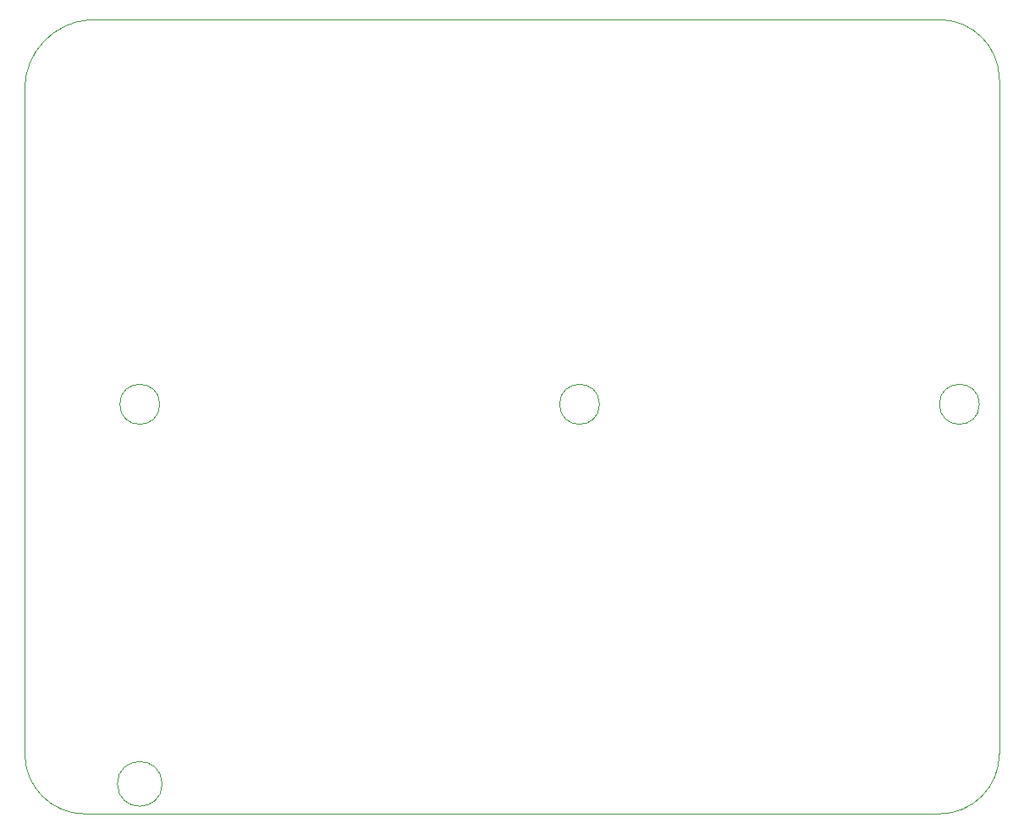
<source format=gbr>
%TF.GenerationSoftware,KiCad,Pcbnew,(6.0.10)*%
%TF.CreationDate,2023-02-20T15:55:57-05:00*%
%TF.ProjectId,Rx_Preamp,52785f50-7265-4616-9d70-2e6b69636164,rev?*%
%TF.SameCoordinates,Original*%
%TF.FileFunction,Profile,NP*%
%FSLAX46Y46*%
G04 Gerber Fmt 4.6, Leading zero omitted, Abs format (unit mm)*
G04 Created by KiCad (PCBNEW (6.0.10)) date 2023-02-20 15:55:57*
%MOMM*%
%LPD*%
G01*
G04 APERTURE LIST*
%TA.AperFunction,Profile*%
%ADD10C,0.050000*%
%TD*%
G04 APERTURE END LIST*
D10*
X42482167Y-89499999D02*
X42500000Y-156000000D01*
X140000000Y-156000000D02*
X140000000Y-88500000D01*
X56000000Y-121000000D02*
G75*
G03*
X56000000Y-121000000I-2000000J0D01*
G01*
X100000000Y-121000000D02*
G75*
G03*
X100000000Y-121000000I-2000000J0D01*
G01*
X140000000Y-88500000D02*
G75*
G03*
X134000000Y-82500000I-6000000J0D01*
G01*
X134000000Y-162000000D02*
G75*
G03*
X140000000Y-156000000I0J6000000D01*
G01*
X56236068Y-159000000D02*
G75*
G03*
X56236068Y-159000000I-2236068J0D01*
G01*
X49000001Y-82500001D02*
G75*
G03*
X42482167Y-89499999I499999J-6999999D01*
G01*
X138000000Y-121000000D02*
G75*
G03*
X138000000Y-121000000I-2000000J0D01*
G01*
X42500000Y-156000000D02*
G75*
G03*
X48500000Y-162000000I6000000J0D01*
G01*
X48500000Y-162000000D02*
X134000000Y-162000000D01*
X134000000Y-82500000D02*
X49000001Y-82500001D01*
M02*

</source>
